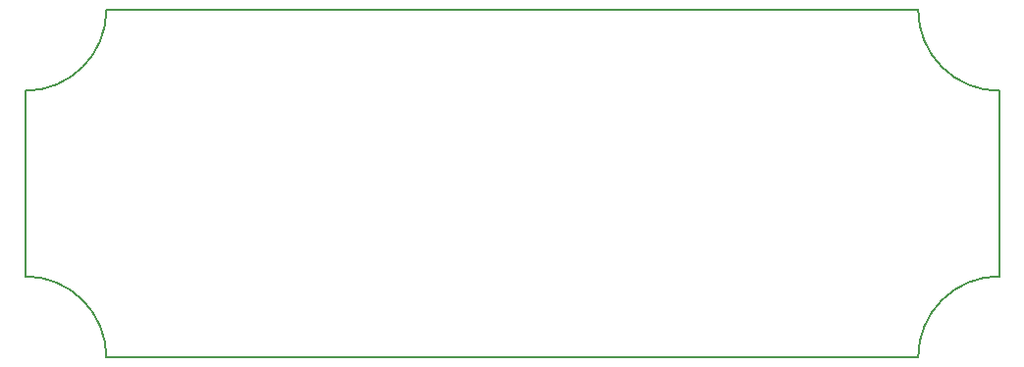
<source format=gbr>
G04 (created by PCBNEW (2013-09-28 BZR 4356)-product) date 10/22/2013 9:10:19 PM*
%MOIN*%
G04 Gerber Fmt 3.4, Leading zero omitted, Abs format*
%FSLAX34Y34*%
G01*
G70*
G90*
G04 APERTURE LIST*
%ADD10C,0.005906*%
G04 APERTURE END LIST*
G54D10*
X63755Y-48500D02*
X91314Y-48500D01*
X94070Y-51255D02*
X94070Y-57555D01*
X91314Y-60311D02*
X63755Y-60311D01*
X61000Y-57555D02*
X61000Y-51255D01*
X61000Y-51255D02*
G75*
G03X63755Y-48500I0J2755D01*
G74*
G01*
X91314Y-48500D02*
G75*
G03X94070Y-51255I2755J0D01*
G74*
G01*
X94070Y-57555D02*
G75*
G03X91314Y-60311I0J-2755D01*
G74*
G01*
X63755Y-60311D02*
G75*
G03X61000Y-57555I-2755J0D01*
G74*
G01*
M02*

</source>
